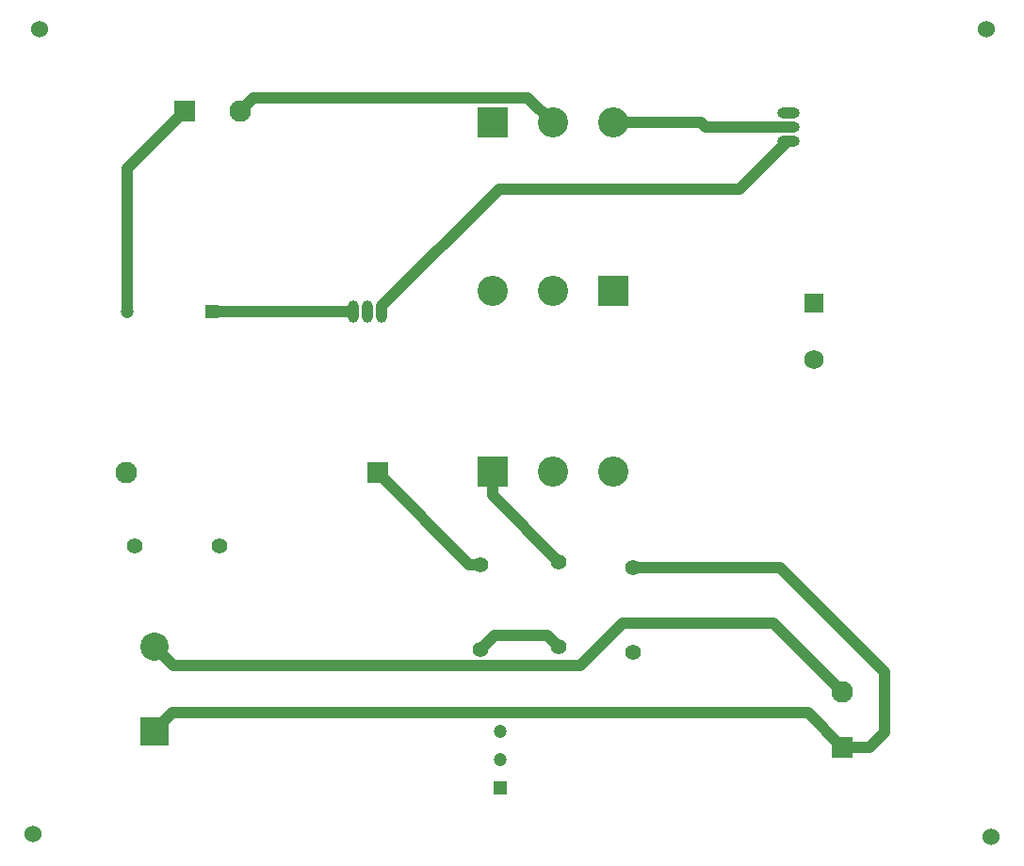
<source format=gbl>
G04 Layer_Physical_Order=2*
G04 Layer_Color=16711680*
%FSLAX25Y25*%
%MOIN*%
G70*
G01*
G75*
%ADD10C,0.04000*%
%ADD11O,0.07874X0.03937*%
%ADD12O,0.07874X0.03937*%
%ADD13R,0.06900X0.06900*%
%ADD14C,0.06900*%
%ADD15R,0.10689X0.10689*%
%ADD16C,0.10689*%
%ADD17C,0.05512*%
%ADD18R,0.07677X0.07677*%
%ADD19C,0.07677*%
%ADD20O,0.03937X0.07874*%
%ADD21O,0.03937X0.07874*%
%ADD22R,0.04724X0.04724*%
%ADD23C,0.04724*%
%ADD24R,0.07677X0.07677*%
%ADD25R,0.04724X0.04724*%
%ADD26C,0.06000*%
%ADD27C,0.10000*%
%ADD28R,0.10000X0.10000*%
D10*
X277000Y257500D02*
X277500D01*
X260000Y240500D02*
X277000Y257500D01*
X175000Y240500D02*
X260000D01*
X43500Y197000D02*
Y247843D01*
X222500Y106500D02*
X274500D01*
X131976Y140000D02*
X164476Y107500D01*
X168500D01*
X248000Y262500D02*
X277500D01*
X246500Y264000D02*
X248000Y262500D01*
X215457Y264000D02*
X246500D01*
X133500Y199000D02*
X175000Y240500D01*
X133500Y197000D02*
Y199000D01*
X284257Y54900D02*
X296500Y42657D01*
X59400Y54900D02*
X284257D01*
X53000Y48500D02*
X59400Y54900D01*
X192000Y82500D02*
X196000Y78500D01*
X173500Y82500D02*
X192000D01*
X168500Y77500D02*
X173500Y82500D01*
X272143Y86700D02*
X296500Y62343D01*
X218700Y86700D02*
X272143D01*
X203700Y71700D02*
X218700Y86700D01*
X59800Y71700D02*
X203700D01*
X53000Y78500D02*
X59800Y71700D01*
X73500Y197000D02*
X123500D01*
X172587Y131913D02*
Y140500D01*
Y131913D02*
X196000Y108500D01*
X306157Y42657D02*
X311500Y48000D01*
Y69500D01*
X274500Y106500D02*
X311500Y69500D01*
X43500Y247843D02*
X63657Y268000D01*
X296500Y42657D02*
X306157D01*
X185200Y272800D02*
X194000Y264000D01*
X83343Y268000D02*
X88143Y272800D01*
X185200D01*
D11*
X277500Y257500D02*
D03*
Y267500D02*
D03*
D12*
Y262500D02*
D03*
D13*
X286500Y200100D02*
D03*
D14*
Y180000D02*
D03*
D15*
X172543Y264000D02*
D03*
X215500Y204500D02*
D03*
X172587Y140500D02*
D03*
D16*
X194000Y264000D02*
D03*
X215457D02*
D03*
X194043Y204500D02*
D03*
X172587D02*
D03*
X194043Y140500D02*
D03*
X215500D02*
D03*
D17*
X222500Y106500D02*
D03*
Y76500D02*
D03*
X168500Y77500D02*
D03*
Y107500D02*
D03*
X196000Y78500D02*
D03*
Y108500D02*
D03*
X76000Y114000D02*
D03*
X46000D02*
D03*
D18*
X296500Y42657D02*
D03*
D19*
Y62343D02*
D03*
X43000Y140000D02*
D03*
X83343Y268000D02*
D03*
D20*
X133500Y197000D02*
D03*
X123500D02*
D03*
D21*
X128500D02*
D03*
D22*
X53000Y48500D02*
D03*
X175500Y28500D02*
D03*
D23*
X53000Y78500D02*
D03*
X43500Y197000D02*
D03*
X175500Y38500D02*
D03*
Y48500D02*
D03*
D24*
X131976Y140000D02*
D03*
X63657Y268000D02*
D03*
D25*
X73500Y197000D02*
D03*
D26*
X12500Y297000D02*
D03*
X347500D02*
D03*
X349000Y11000D02*
D03*
X10000Y12000D02*
D03*
X172587Y205500D02*
D03*
X194043Y204500D02*
D03*
X215500Y203500D02*
D03*
Y140500D02*
D03*
X194043D02*
D03*
X172587D02*
D03*
X215457Y264000D02*
D03*
X194000D02*
D03*
X172543Y263000D02*
D03*
X131976Y140000D02*
D03*
X43000D02*
D03*
D27*
X53000Y78500D02*
D03*
D28*
Y48500D02*
D03*
M02*

</source>
